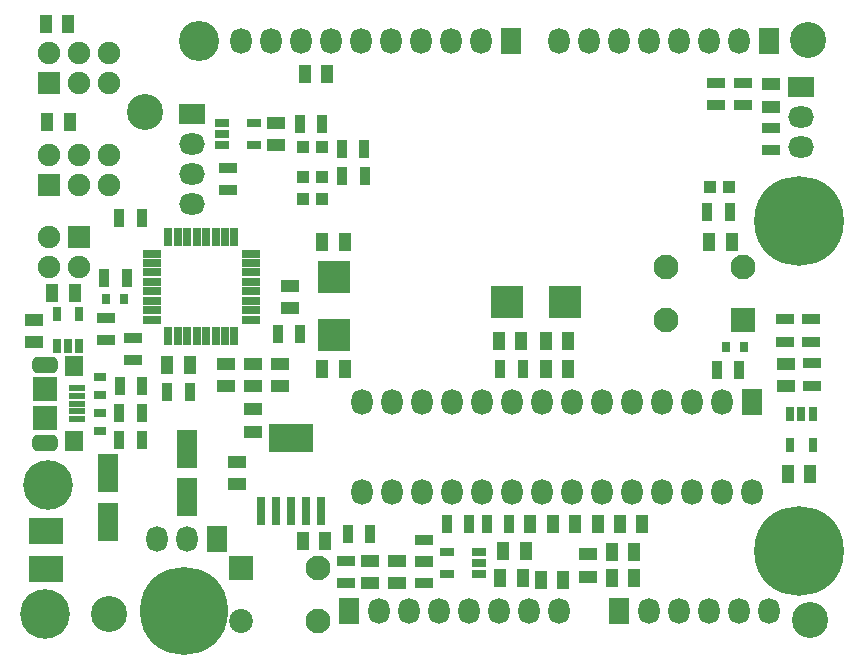
<source format=gts>
G04*
G04 #@! TF.GenerationSoftware,Altium Limited,Altium Designer,22.11.1 (43)*
G04*
G04 Layer_Color=8388736*
%FSLAX44Y44*%
%MOMM*%
G71*
G04*
G04 #@! TF.SameCoordinates,2AA7A9AF-3E7F-4844-AC60-F76D4B8FDDD6*
G04*
G04*
G04 #@! TF.FilePolarity,Negative*
G04*
G01*
G75*
%ADD36R,1.1000X1.5000*%
%ADD37R,1.8000X3.2000*%
%ADD38R,0.9000X1.5000*%
%ADD39R,1.5000X0.9000*%
%ADD40R,0.7588X0.8858*%
%ADD41R,1.0000X1.0000*%
%ADD42R,3.7000X2.4000*%
%ADD43R,0.8000X2.4000*%
%ADD44R,2.8000X2.7000*%
%ADD45R,2.7000X2.8000*%
%ADD46R,1.3000X0.8000*%
%ADD47R,0.8000X1.3000*%
%ADD48C,3.0480*%
%ADD49R,2.9000X2.2000*%
%ADD50R,1.6000X1.8000*%
%ADD51R,1.4500X0.5000*%
%ADD52R,2.1000X2.1000*%
%ADD53R,0.6700X1.6200*%
%ADD54R,1.6200X0.6700*%
%ADD55R,1.1000X0.8000*%
%ADD56R,1.5000X1.1000*%
%ADD57C,3.4000*%
%ADD58C,1.9000*%
%ADD59R,1.9000X1.9000*%
%ADD60O,1.8000X2.2000*%
%ADD61R,1.8000X2.2000*%
%ADD62R,2.2000X1.8000*%
%ADD63O,2.2000X1.8000*%
%ADD64C,4.2040*%
%ADD65C,7.4600*%
%ADD66C,7.6000*%
%ADD67C,2.1000*%
%ADD68R,2.1000X2.1000*%
%ADD69C,2.0200*%
G04:AMPARAMS|DCode=70|XSize=2.2mm|YSize=1.4mm|CornerRadius=0.46mm|HoleSize=0mm|Usage=FLASHONLY|Rotation=0.000|XOffset=0mm|YOffset=0mm|HoleType=Round|Shape=RoundedRectangle|*
%AMROUNDEDRECTD70*
21,1,2.2000,0.4800,0,0,0.0*
21,1,1.2800,1.4000,0,0,0.0*
1,1,0.9200,0.6400,-0.2400*
1,1,0.9200,-0.6400,-0.2400*
1,1,0.9200,-0.6400,0.2400*
1,1,0.9200,0.6400,0.2400*
%
%ADD70ROUNDEDRECTD70*%
D36*
X584000Y338000D02*
D03*
X603000D02*
D03*
X22500Y522000D02*
D03*
X41500D02*
D03*
X144120Y233680D02*
D03*
X125120D02*
D03*
X42500Y439000D02*
D03*
X23500D02*
D03*
X256500Y338000D02*
D03*
X275500D02*
D03*
X256500Y230000D02*
D03*
X275500D02*
D03*
X460500Y52000D02*
D03*
X441500D02*
D03*
X426060Y53340D02*
D03*
X407060D02*
D03*
X240000Y85000D02*
D03*
X259000D02*
D03*
X260500Y480000D02*
D03*
X241500D02*
D03*
X501500Y75000D02*
D03*
X520500D02*
D03*
X445500Y230000D02*
D03*
X464500D02*
D03*
X527500Y99000D02*
D03*
X508500D02*
D03*
X432500D02*
D03*
X451500D02*
D03*
X489500D02*
D03*
X470500D02*
D03*
X425000Y254000D02*
D03*
X406000D02*
D03*
X464500D02*
D03*
X445500D02*
D03*
X27940Y294640D02*
D03*
X46940D02*
D03*
X669500Y141000D02*
D03*
X650500D02*
D03*
X428600Y76200D02*
D03*
X409600D02*
D03*
X501500Y53000D02*
D03*
X520500D02*
D03*
D37*
X142000Y121500D02*
D03*
Y162500D02*
D03*
X75000Y142000D02*
D03*
Y101000D02*
D03*
D38*
X292000Y416860D02*
D03*
X273000D02*
D03*
X273500Y393860D02*
D03*
X292500D02*
D03*
X125120Y210820D02*
D03*
X144120D02*
D03*
X103480Y358140D02*
D03*
X84480D02*
D03*
X104140Y215900D02*
D03*
X85140D02*
D03*
X84480Y193040D02*
D03*
X103480D02*
D03*
X103500Y170000D02*
D03*
X84500D02*
D03*
X218500Y260000D02*
D03*
X237500D02*
D03*
X414500Y99000D02*
D03*
X395500D02*
D03*
X237500Y438000D02*
D03*
X256500D02*
D03*
X601320Y363220D02*
D03*
X582320D02*
D03*
X609500Y229000D02*
D03*
X590500D02*
D03*
X426000Y230000D02*
D03*
X407000D02*
D03*
X71780Y307340D02*
D03*
X90780D02*
D03*
X381000Y99060D02*
D03*
X362000D02*
D03*
X296827Y90525D02*
D03*
X277827D02*
D03*
D39*
X177000Y400500D02*
D03*
Y381500D02*
D03*
X73660Y273660D02*
D03*
Y254660D02*
D03*
X613000Y472500D02*
D03*
Y453500D02*
D03*
X590000D02*
D03*
Y472500D02*
D03*
X636000Y434500D02*
D03*
Y415500D02*
D03*
X342900Y85700D02*
D03*
Y66700D02*
D03*
Y48920D02*
D03*
Y67920D02*
D03*
X96000Y256500D02*
D03*
Y237500D02*
D03*
X670000Y253500D02*
D03*
Y272500D02*
D03*
X276860Y67920D02*
D03*
Y48920D02*
D03*
X671000Y235000D02*
D03*
Y216000D02*
D03*
X648000Y272500D02*
D03*
Y253500D02*
D03*
D40*
X73660Y289560D02*
D03*
X88900D02*
D03*
X613620Y249000D02*
D03*
X598380D02*
D03*
D41*
X240000Y393000D02*
D03*
X256000D02*
D03*
Y374000D02*
D03*
X240000D02*
D03*
Y418000D02*
D03*
X256000D02*
D03*
X601000Y384000D02*
D03*
X585000D02*
D03*
D42*
X230000Y172000D02*
D03*
D43*
X255400Y110000D02*
D03*
X242700D02*
D03*
X230000D02*
D03*
X217300D02*
D03*
X204600D02*
D03*
D44*
X266000Y308000D02*
D03*
Y259000D02*
D03*
D45*
X412500Y287000D02*
D03*
X461500D02*
D03*
D46*
X171500Y438500D02*
D03*
Y429000D02*
D03*
Y419500D02*
D03*
X198500Y438500D02*
D03*
Y419500D02*
D03*
X389420Y56540D02*
D03*
Y66040D02*
D03*
Y75540D02*
D03*
X362420Y56540D02*
D03*
Y75540D02*
D03*
D47*
X31500Y249500D02*
D03*
X41000D02*
D03*
X50500D02*
D03*
X31500Y276500D02*
D03*
X50500D02*
D03*
X671500Y192500D02*
D03*
X662000D02*
D03*
X652500D02*
D03*
X671500Y165500D02*
D03*
X652500D02*
D03*
D48*
X106000Y448000D02*
D03*
X669000Y18000D02*
D03*
X76000Y23000D02*
D03*
X668000Y509000D02*
D03*
D49*
X22860Y92960D02*
D03*
Y60960D02*
D03*
D50*
X46495Y233000D02*
D03*
Y169000D02*
D03*
D51*
X48745Y214000D02*
D03*
Y207500D02*
D03*
Y201000D02*
D03*
Y194500D02*
D03*
Y188000D02*
D03*
D52*
X21995Y213000D02*
D03*
Y189000D02*
D03*
D53*
X182000Y258000D02*
D03*
X174000D02*
D03*
X166000D02*
D03*
X158000D02*
D03*
X150000D02*
D03*
X142000D02*
D03*
X134000D02*
D03*
X126000D02*
D03*
Y342000D02*
D03*
X134000D02*
D03*
X142000D02*
D03*
X150000D02*
D03*
X158000D02*
D03*
X166000D02*
D03*
X174000D02*
D03*
X182000D02*
D03*
D54*
X112000Y272000D02*
D03*
Y280000D02*
D03*
Y288000D02*
D03*
Y296000D02*
D03*
Y304000D02*
D03*
Y312000D02*
D03*
Y320000D02*
D03*
Y328000D02*
D03*
X196000D02*
D03*
Y320000D02*
D03*
Y312000D02*
D03*
Y304000D02*
D03*
Y296000D02*
D03*
Y288000D02*
D03*
Y280000D02*
D03*
Y272000D02*
D03*
D55*
X68580Y208400D02*
D03*
Y223400D02*
D03*
Y193040D02*
D03*
Y178040D02*
D03*
D56*
X221000Y215500D02*
D03*
Y234500D02*
D03*
X198000Y215500D02*
D03*
Y234500D02*
D03*
X229000Y281500D02*
D03*
Y300500D02*
D03*
X175000Y215500D02*
D03*
Y234500D02*
D03*
X636000Y452500D02*
D03*
Y471500D02*
D03*
X297180Y67920D02*
D03*
Y48920D02*
D03*
X184000Y151500D02*
D03*
Y132500D02*
D03*
X217000Y419500D02*
D03*
Y438500D02*
D03*
X12700Y271780D02*
D03*
Y252780D02*
D03*
X320040Y67920D02*
D03*
Y48920D02*
D03*
X649000Y215500D02*
D03*
Y234500D02*
D03*
X198000Y177000D02*
D03*
Y196000D02*
D03*
X481000Y54500D02*
D03*
Y73500D02*
D03*
D57*
X152400Y508000D02*
D03*
D58*
X76200Y497840D02*
D03*
X50800D02*
D03*
X25400D02*
D03*
X76200Y472440D02*
D03*
X50800D02*
D03*
Y386080D02*
D03*
X76200D02*
D03*
X25400Y411480D02*
D03*
X50800D02*
D03*
X76200D02*
D03*
X25400Y342000D02*
D03*
X50800Y316600D02*
D03*
X25400D02*
D03*
D59*
Y472440D02*
D03*
Y386080D02*
D03*
X50800Y342000D02*
D03*
D60*
X533400Y25400D02*
D03*
X635000D02*
D03*
X609600D02*
D03*
X584200D02*
D03*
X558800D02*
D03*
X142240Y86360D02*
D03*
X116840D02*
D03*
X330200Y25400D02*
D03*
X355600D02*
D03*
X381000D02*
D03*
X406400D02*
D03*
X431800D02*
D03*
X457200D02*
D03*
X304800D02*
D03*
X609600Y508000D02*
D03*
X457200D02*
D03*
X482600D02*
D03*
X508000D02*
D03*
X533400D02*
D03*
X558800D02*
D03*
X584200D02*
D03*
X391160D02*
D03*
X187960D02*
D03*
X213360D02*
D03*
X238760D02*
D03*
X264160D02*
D03*
X289560D02*
D03*
X314960D02*
D03*
X340360D02*
D03*
X365760D02*
D03*
X290450Y125730D02*
D03*
X315850D02*
D03*
X341250D02*
D03*
X366650D02*
D03*
X392050D02*
D03*
X417450D02*
D03*
X442850D02*
D03*
X468250D02*
D03*
X493650D02*
D03*
X519050D02*
D03*
X544450D02*
D03*
X569850D02*
D03*
X595250D02*
D03*
X620650D02*
D03*
X290450Y201930D02*
D03*
X315850D02*
D03*
X341250D02*
D03*
X366650D02*
D03*
X392050D02*
D03*
X417450D02*
D03*
X442850D02*
D03*
X468250D02*
D03*
X493650D02*
D03*
X519050D02*
D03*
X544450D02*
D03*
X569850D02*
D03*
X595250D02*
D03*
D61*
X508000Y25400D02*
D03*
X167640Y86360D02*
D03*
X279400Y25400D02*
D03*
X635000Y508000D02*
D03*
X416560D02*
D03*
X620650Y201930D02*
D03*
D62*
X662000Y469000D02*
D03*
X146000Y446000D02*
D03*
D63*
X662000Y418200D02*
D03*
Y443600D02*
D03*
X146000Y420600D02*
D03*
Y369800D02*
D03*
Y395200D02*
D03*
D64*
X22000Y23000D02*
D03*
X24000Y132000D02*
D03*
D65*
X139700Y25400D02*
D03*
D66*
X660400Y76200D02*
D03*
Y355600D02*
D03*
D67*
X612500Y316500D02*
D03*
X547500D02*
D03*
Y271500D02*
D03*
X252500Y61500D02*
D03*
Y16500D02*
D03*
D68*
X612500Y271500D02*
D03*
X187500Y61500D02*
D03*
D69*
Y16500D02*
D03*
D70*
X21995Y168000D02*
D03*
Y234000D02*
D03*
M02*

</source>
